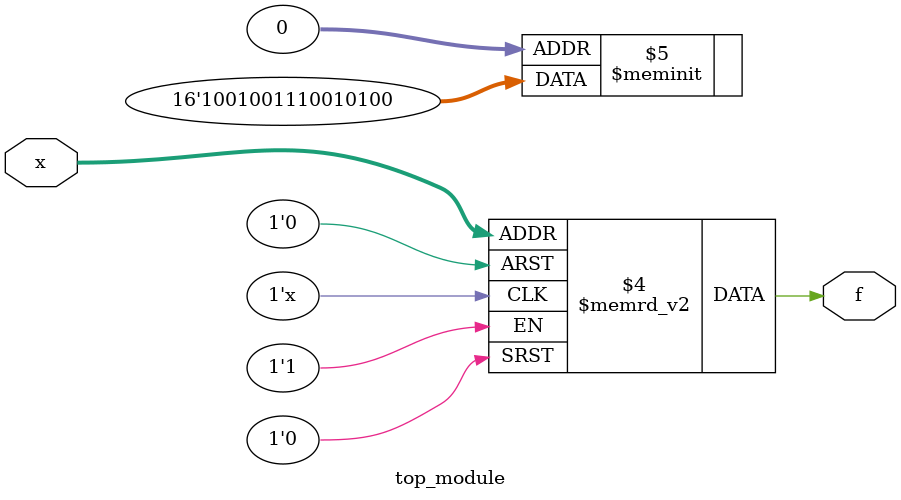
<source format=sv>
module top_module (
    input [4:1] x,
    output logic f
);

always_comb begin
    case ({x[4], x[3], x[2], x[1]})
        4'b0001: f = 1'b0;
        4'b0010: f = 1'b1;
        4'b0011: f = 1'b0;
        4'b0100: f = 1'b1;
        4'b0101: f = 1'b0;
        4'b0110: f = 1'b0;
        4'b0111: f = 1'b1;
        4'b1000: f = 1'b1;
        4'b1001: f = 1'b1;
        4'b1010: f = 1'b0;
        4'b1011: f = 1'b0;
        4'b1100: f = 1'b1;
        4'b1101: f = 1'b0;
        4'b1110: f = 1'b0;
        4'b1111: f = 1'b1;
        default: f = 1'b0; // Don't care
    endcase
end

endmodule

</source>
